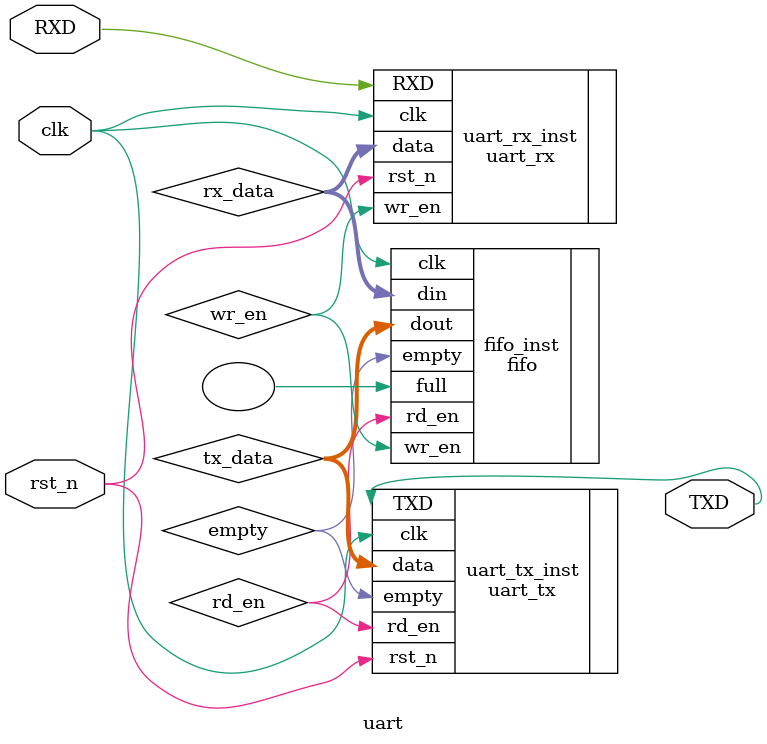
<source format=v>
`timescale 1ns / 1ps


module uart(
  
  input   wire           clk,
  input   wire           rst_n,
  input   wire           RXD,
  output   wire           TXD
);

  wire     [7:0]    rx_data;
  wire           wr_en;
  wire           rd_en;
  wire     [7:0]    tx_data;
  wire           empty;
  
  uart_rx uart_rx_inst(
  
  .clk        (clk  ),
  .rst_n        (rst_n),
  .RXD        (RXD  ),
  .data        (rx_data),
  .wr_en        (wr_en)
);
  
  fifo fifo_inst (
  .clk(clk),  // input wire wr_clk
  .din(rx_data),        // input wire [7 : 0] din
  .wr_en(wr_en),    // input wire wr_en
  .rd_en(rd_en),    // input wire rd_en
  .dout(tx_data),      // output wire [7 : 0] dout
  .full(),      // output wire full
  .empty(empty)    // output wire empty
);
  
  uart_tx uart_tx_inst(
  
  .clk        (clk  ),
  .rst_n        (rst_n  ),
  .empty        (empty  ),
  .data        (tx_data),
  .rd_en        (rd_en  ),
  .TXD        (TXD  )
);

endmodule

</source>
